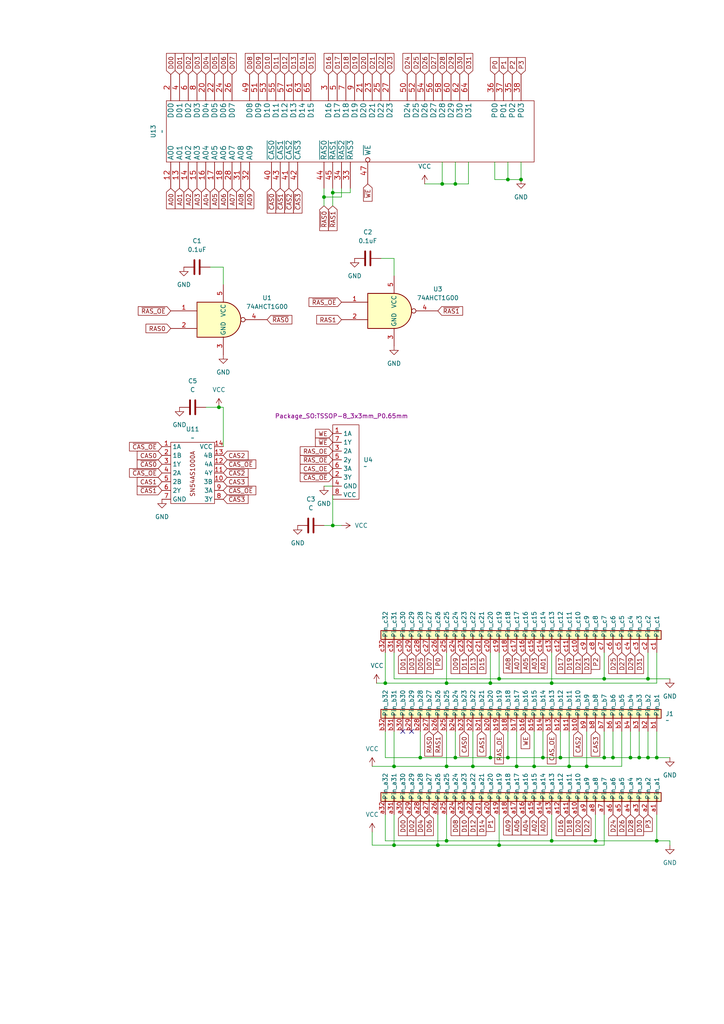
<source format=kicad_sch>
(kicad_sch (version 20231120) (generator "eeschema") (generator_version "8.0")
  (paper "A4" portrait)
  (title_block (title "Altos 8MB RAM") (date "2024-09-12") (rev "B") (comment 1 "615-22562-004") (comment 2 "Reverse engineered"))
  (lib_symbols
    (symbol "74xGxx:74AHCT1G00"
      (property "Reference" "U" (at -2.54 3.81 0))
      (property "Value" "74AHCT1G00" (at 0 -3.81 0))
      (symbol "74AHCT1G00_0_1"
        (arc (start 0 -5.08) (mid 5.0579 0) (end 0 5.08) (stroke (width 0.254)) (fill (type background)))
        (polyline (pts (xy 0 -5.08) (xy -7.62 -5.08) (xy -7.62 5.08) (xy 0 5.08)) (stroke (width 0.254)) (fill (type background)))
      )
      (symbol "74AHCT1G00_1_1"
        (pin input line (at -15.24 2.54 0) (length 7.62) (name "~") (number "1"))
        (pin input line (at -15.24 -2.54 0) (length 7.62) (name "~") (number "2"))
        (pin power_in line (at 0 -10.16 90) (length 5.08) (name "GND") (number "3"))
        (pin output inverted (at 12.7 0 180) (length 7.62) (name "~") (number "4"))
        (pin power_in line (at 0 10.16 270) (length 5.08) (name "VCC") (number "5"))
      )
    )
    (symbol "Device:C" (pin_numbers hide) (pin_names (offset 0.254))
      (property "Reference" "C" (at 0.635 2.54 0))
      (property "Value" "C" (at 0.635 -2.54 0))
      (symbol "C_0_1"
        (polyline (pts (xy -2.032 -0.762) (xy 2.032 -0.762)) (stroke (width 0.508)))
        (polyline (pts (xy -2.032 0.762) (xy 2.032 0.762)) (stroke (width 0.508)))
      )
      (symbol "C_1_1"
        (pin passive line (at 0 3.81 270) (length 2.794) (name "~") (number "1"))
        (pin passive line (at 0 -3.81 90) (length 2.794) (name "~") (number "2"))
      )
    )
    (symbol "chips:74AHCT3G04"
      (property "Reference" "U" (at 0 0 0))
      (symbol "74AHCT3G04_0_1"
        (rectangle (start -2.54 -2.54) (end 5.08 -24.13))
      )
      (symbol "74AHCT3G04_1_0"
        (pin input line (at -2.54 -5.08 0) (length 2.54) (name "1A") (number "1"))
        (pin output line (at -2.54 -17.78 0) (length 2.54) (name "3Y") (number "2"))
        (pin input line (at -2.54 -10.16 0) (length 2.54) (name "2A") (number "3"))
        (pin power_in line (at -2.54 -20.32 0) (length 2.54) (name "GND") (number "4"))
        (pin output line (at -2.54 -12.7 0) (length 2.54) (name "2y") (number "5"))
        (pin input line (at -2.54 -15.24 0) (length 2.54) (name "3A") (number "6"))
        (pin input line (at -2.54 -7.62 0) (length 2.54) (name "1Y") (number "7"))
        (pin power_in line (at -2.54 -22.86 0) (length 2.54) (name "VCC") (number "8"))
      )
    )
    (symbol "chips:DIN41612_03x32"
      (property "Reference" "J1" (at 39.37 0.0001 0))
      (property "Value" "~" (at 39.37 -1.905 0))
      (symbol "DIN41612_03x32_1_1"
        (rectangle (start -41.783 -25.4) (end -42.037 -24.13) (stroke (width 0.1524)))
        (rectangle (start -41.783 -1.27) (end -42.037 0) (stroke (width 0.1524)))
        (rectangle (start -41.783 21.59) (end -42.037 22.86) (stroke (width 0.1524)))
        (rectangle (start -39.243 -25.4) (end -39.497 -24.13) (stroke (width 0.1524)))
        (rectangle (start -39.243 -1.27) (end -39.497 0) (stroke (width 0.1524)))
        (rectangle (start -39.243 21.59) (end -39.497 22.86) (stroke (width 0.1524)))
        (rectangle (start -36.703 -25.4) (end -36.957 -24.13) (stroke (width 0.1524)))
        (rectangle (start -36.703 -1.27) (end -36.957 0) (stroke (width 0.1524)))
        (rectangle (start -36.703 21.59) (end -36.957 22.86) (stroke (width 0.1524)))
        (rectangle (start -34.163 -25.4) (end -34.417 -24.13) (stroke (width 0.1524)))
        (rectangle (start -34.163 -1.27) (end -34.417 0) (stroke (width 0.1524)))
        (rectangle (start -34.163 21.59) (end -34.417 22.86) (stroke (width 0.1524)))
        (rectangle (start -31.623 -25.4) (end -31.877 -24.13) (stroke (width 0.1524)))
        (rectangle (start -31.623 -1.27) (end -31.877 0) (stroke (width 0.1524)))
        (rectangle (start -31.623 21.59) (end -31.877 22.86) (stroke (width 0.1524)))
        (rectangle (start -29.083 -25.4) (end -29.337 -24.13) (stroke (width 0.1524)))
        (rectangle (start -29.083 -1.27) (end -29.337 0) (stroke (width 0.1524)))
        (rectangle (start -29.083 21.59) (end -29.337 22.86) (stroke (width 0.1524)))
        (rectangle (start -26.543 -25.4) (end -26.797 -24.13) (stroke (width 0.1524)))
        (rectangle (start -26.543 -1.27) (end -26.797 0) (stroke (width 0.1524)))
        (rectangle (start -26.543 21.59) (end -26.797 22.86) (stroke (width 0.1524)))
        (rectangle (start -24.003 -25.4) (end -24.257 -24.13) (stroke (width 0.1524)))
        (rectangle (start -24.003 -1.27) (end -24.257 0) (stroke (width 0.1524)))
        (rectangle (start -24.003 21.59) (end -24.257 22.86) (stroke (width 0.1524)))
        (rectangle (start -21.463 -25.4) (end -21.717 -24.13) (stroke (width 0.1524)))
        (rectangle (start -21.463 -1.27) (end -21.717 0) (stroke (width 0.1524)))
        (rectangle (start -21.463 21.59) (end -21.717 22.86) (stroke (width 0.1524)))
        (rectangle (start -18.923 -25.4) (end -19.177 -24.13) (stroke (width 0.1524)))
        (rectangle (start -18.923 -1.27) (end -19.177 0) (stroke (width 0.1524)))
        (rectangle (start -18.923 21.59) (end -19.177 22.86) (stroke (width 0.1524)))
        (rectangle (start -16.383 -25.4) (end -16.637 -24.13) (stroke (width 0.1524)))
        (rectangle (start -16.383 -1.27) (end -16.637 0) (stroke (width 0.1524)))
        (rectangle (start -16.383 21.59) (end -16.637 22.86) (stroke (width 0.1524)))
        (rectangle (start -13.843 -25.4) (end -14.097 -24.13) (stroke (width 0.1524)))
        (rectangle (start -13.843 -1.27) (end -14.097 0) (stroke (width 0.1524)))
        (rectangle (start -13.843 21.59) (end -14.097 22.86) (stroke (width 0.1524)))
        (rectangle (start -11.303 -25.4) (end -11.557 -24.13) (stroke (width 0.1524)))
        (rectangle (start -11.303 -1.27) (end -11.557 0) (stroke (width 0.1524)))
        (rectangle (start -11.303 21.59) (end -11.557 22.86) (stroke (width 0.1524)))
        (rectangle (start -8.763 -25.4) (end -9.017 -24.13) (stroke (width 0.1524)))
        (rectangle (start -8.763 -1.27) (end -9.017 0) (stroke (width 0.1524)))
        (rectangle (start -8.763 21.59) (end -9.017 22.86) (stroke (width 0.1524)))
        (rectangle (start -6.223 -25.4) (end -6.477 -24.13) (stroke (width 0.1524)))
        (rectangle (start -6.223 -1.27) (end -6.477 0) (stroke (width 0.1524)))
        (rectangle (start -6.223 21.59) (end -6.477 22.86) (stroke (width 0.1524)))
        (rectangle (start -3.683 -25.4) (end -3.937 -24.13) (stroke (width 0.1524)))
        (rectangle (start -3.683 -1.27) (end -3.937 0) (stroke (width 0.1524)))
        (rectangle (start -3.683 21.59) (end -3.937 22.86) (stroke (width 0.1524)))
        (rectangle (start -1.143 -25.4) (end -1.397 -24.13) (stroke (width 0.1524)))
        (rectangle (start -1.143 -1.27) (end -1.397 0) (stroke (width 0.1524)))
        (rectangle (start -1.143 21.59) (end -1.397 22.86) (stroke (width 0.1524)))
        (rectangle (start 1.397 -25.4) (end 1.143 -24.13) (stroke (width 0.1524)))
        (rectangle (start 1.397 -1.27) (end 1.143 0) (stroke (width 0.1524)))
        (rectangle (start 1.397 21.59) (end 1.143 22.86) (stroke (width 0.1524)))
        (rectangle (start 3.937 -25.4) (end 3.683 -24.13) (stroke (width 0.1524)))
        (rectangle (start 3.937 -1.27) (end 3.683 0) (stroke (width 0.1524)))
        (rectangle (start 3.937 21.59) (end 3.683 22.86) (stroke (width 0.1524)))
        (rectangle (start 6.477 -25.4) (end 6.223 -24.13) (stroke (width 0.1524)))
        (rectangle (start 6.477 -1.27) (end 6.223 0) (stroke (width 0.1524)))
        (rectangle (start 6.477 21.59) (end 6.223 22.86) (stroke (width 0.1524)))
        (rectangle (start 9.017 -25.4) (end 8.763 -24.13) (stroke (width 0.1524)))
        (rectangle (start 9.017 -1.27) (end 8.763 0) (stroke (width 0.1524)))
        (rectangle (start 9.017 21.59) (end 8.763 22.86) (stroke (width 0.1524)))
        (rectangle (start 11.557 -25.4) (end 11.303 -24.13) (stroke (width 0.1524)))
        (rectangle (start 11.557 -1.27) (end 11.303 0) (stroke (width 0.1524)))
        (rectangle (start 11.557 21.59) (end 11.303 22.86) (stroke (width 0.1524)))
        (rectangle (start 14.097 -25.4) (end 13.843 -24.13) (stroke (width 0.1524)))
        (rectangle (start 14.097 -1.27) (end 13.843 0) (stroke (width 0.1524)))
        (rectangle (start 14.097 21.59) (end 13.843 22.86) (stroke (width 0.1524)))
        (rectangle (start 16.637 -25.4) (end 16.383 -24.13) (stroke (width 0.1524)))
        (rectangle (start 16.637 -1.27) (end 16.383 0) (stroke (width 0.1524)))
        (rectangle (start 16.637 21.59) (end 16.383 22.86) (stroke (width 0.1524)))
        (rectangle (start 19.177 -25.4) (end 18.923 -24.13) (stroke (width 0.1524)))
        (rectangle (start 19.177 -1.27) (end 18.923 0) (stroke (width 0.1524)))
        (rectangle (start 19.177 21.59) (end 18.923 22.86) (stroke (width 0.1524)))
        (rectangle (start 21.717 -25.4) (end 21.463 -24.13) (stroke (width 0.1524)))
        (rectangle (start 21.717 -1.27) (end 21.463 0) (stroke (width 0.1524)))
        (rectangle (start 21.717 21.59) (end 21.463 22.86) (stroke (width 0.1524)))
        (rectangle (start 24.257 -25.4) (end 24.003 -24.13) (stroke (width 0.1524)))
        (rectangle (start 24.257 -1.27) (end 24.003 0) (stroke (width 0.1524)))
        (rectangle (start 24.257 21.59) (end 24.003 22.86) (stroke (width 0.1524)))
        (rectangle (start 26.797 -25.4) (end 26.543 -24.13) (stroke (width 0.1524)))
        (rectangle (start 26.797 -1.27) (end 26.543 0) (stroke (width 0.1524)))
        (rectangle (start 26.797 21.59) (end 26.543 22.86) (stroke (width 0.1524)))
        (rectangle (start 29.337 -25.4) (end 29.083 -24.13) (stroke (width 0.1524)))
        (rectangle (start 29.337 -1.27) (end 29.083 0) (stroke (width 0.1524)))
        (rectangle (start 29.337 21.59) (end 29.083 22.86) (stroke (width 0.1524)))
        (rectangle (start 31.877 -25.4) (end 31.623 -24.13) (stroke (width 0.1524)))
        (rectangle (start 31.877 -1.27) (end 31.623 0) (stroke (width 0.1524)))
        (rectangle (start 31.877 21.59) (end 31.623 22.86) (stroke (width 0.1524)))
        (rectangle (start 34.417 -25.4) (end 34.163 -24.13) (stroke (width 0.1524)))
        (rectangle (start 34.417 -1.27) (end 34.163 0) (stroke (width 0.1524)))
        (rectangle (start 34.417 21.59) (end 34.163 22.86) (stroke (width 0.1524)))
        (rectangle (start 36.957 -25.4) (end 36.703 -24.13) (stroke (width 0.1524)))
        (rectangle (start 36.957 -1.27) (end 36.703 0) (stroke (width 0.1524)))
        (rectangle (start 36.957 21.59) (end 36.703 22.86) (stroke (width 0.1524)))
        (rectangle (start 38.1 -25.4) (end -43.18 -22.86) (stroke (width 0.254)) (fill (type background)))
        (rectangle (start 38.1 -1.27) (end -43.18 1.27) (stroke (width 0.254)) (fill (type background)))
        (rectangle (start 38.1 21.59) (end -43.18 24.13) (stroke (width 0.254)) (fill (type background)))
        (pin passive line (at 36.83 -29.21 90) (length 3.81) (name "Pin_a1") (number "a1"))
        (pin passive line (at 13.97 -29.21 90) (length 3.81) (name "Pin_a10") (number "a10"))
        (pin passive line (at 11.43 -29.21 90) (length 3.81) (name "Pin_a11") (number "a11"))
        (pin passive line (at 8.89 -29.21 90) (length 3.81) (name "Pin_a12") (number "a12"))
        (pin passive line (at 6.35 -29.21 90) (length 3.81) (name "Pin_a13") (number "a13"))
        (pin passive line (at 3.81 -29.21 90) (length 3.81) (name "Pin_a14") (number "a14"))
        (pin passive line (at 1.27 -29.21 90) (length 3.81) (name "Pin_a15") (number "a15"))
        (pin passive line (at -1.27 -29.21 90) (length 3.81) (name "Pin_a16") (number "a16"))
        (pin passive line (at -3.81 -29.21 90) (length 3.81) (name "Pin_a17") (number "a17"))
        (pin passive line (at -6.35 -29.21 90) (length 3.81) (name "Pin_a18") (number "a18"))
        (pin passive line (at -8.89 -29.21 90) (length 3.81) (name "Pin_a19") (number "a19"))
        (pin passive line (at 34.29 -29.21 90) (length 3.81) (name "Pin_a2") (number "a2"))
        (pin passive line (at -11.43 -29.21 90) (length 3.81) (name "Pin_a20") (number "a20"))
        (pin passive line (at -13.97 -29.21 90) (length 3.81) (name "Pin_a21") (number "a21"))
        (pin passive line (at -16.51 -29.21 90) (length 3.81) (name "Pin_a22") (number "a22"))
        (pin passive line (at -19.05 -29.21 90) (length 3.81) (name "Pin_a23") (number "a23"))
        (pin passive line (at -21.59 -29.21 90) (length 3.81) (name "Pin_a24") (number "a24"))
        (pin passive line (at -24.13 -29.21 90) (length 3.81) (name "Pin_a25") (number "a25"))
        (pin passive line (at -26.67 -29.21 90) (length 3.81) (name "Pin_a26") (number "a26"))
        (pin passive line (at -29.21 -29.21 90) (length 3.81) (name "Pin_a27") (number "a27"))
        (pin passive line (at -31.75 -29.21 90) (length 3.81) (name "Pin_a28") (number "a28"))
        (pin passive line (at -34.29 -29.21 90) (length 3.81) (name "Pin_a29") (number "a29"))
        (pin passive line (at 31.75 -29.21 90) (length 3.81) (name "Pin_a3") (number "a3"))
        (pin passive line (at -36.83 -29.21 90) (length 3.81) (name "Pin_a30") (number "a30"))
        (pin passive line (at -39.37 -29.21 90) (length 3.81) (name "Pin_a31") (number "a31"))
        (pin passive line (at -41.91 -29.21 90) (length 3.81) (name "Pin_a32") (number "a32"))
        (pin passive line (at 29.21 -29.21 90) (length 3.81) (name "Pin_a4") (number "a4"))
        (pin passive line (at 26.67 -29.21 90) (length 3.81) (name "Pin_a5") (number "a5"))
        (pin passive line (at 24.13 -29.21 90) (length 3.81) (name "Pin_a6") (number "a6"))
        (pin passive line (at 21.59 -29.21 90) (length 3.81) (name "Pin_a7") (number "a7"))
        (pin passive line (at 19.05 -29.21 90) (length 3.81) (name "Pin_a8") (number "a8"))
        (pin passive line (at 16.51 -29.21 90) (length 3.81) (name "Pin_a9") (number "a9"))
        (pin passive line (at 36.83 -5.08 90) (length 3.81) (name "Pin_b1") (number "b1"))
        (pin passive line (at 13.97 -5.08 90) (length 3.81) (name "Pin_b10") (number "b10"))
        (pin passive line (at 11.43 -5.08 90) (length 3.81) (name "Pin_b11") (number "b11"))
        (pin passive line (at 8.89 -5.08 90) (length 3.81) (name "Pin_b12") (number "b12"))
        (pin passive line (at 6.35 -5.08 90) (length 3.81) (name "Pin_b13") (number "b13"))
        (pin passive line (at 3.81 -5.08 90) (length 3.81) (name "Pin_b14") (number "b14"))
        (pin passive line (at 1.27 -5.08 90) (length 3.81) (name "Pin_b15") (number "b15"))
        (pin passive line (at -1.27 -5.08 90) (length 3.81) (name "Pin_b16") (number "b16"))
        (pin passive line (at -3.81 -5.08 90) (length 3.81) (name "Pin_b17") (number "b17"))
        (pin passive line (at -6.35 -5.08 90) (length 3.81) (name "Pin_b18") (number "b18"))
        (pin passive line (at -8.89 -5.08 90) (length 3.81) (name "Pin_b19") (number "b19"))
        (pin passive line (at 34.29 -5.08 90) (length 3.81) (name "Pin_b2") (number "b2"))
        (pin passive line (at -11.43 -5.08 90) (length 3.81) (name "Pin_b20") (number "b20"))
        (pin passive line (at -13.97 -5.08 90) (length 3.81) (name "Pin_b21") (number "b21"))
        (pin passive line (at -16.51 -5.08 90) (length 3.81) (name "Pin_b22") (number "b22"))
        (pin passive line (at -19.05 -5.08 90) (length 3.81) (name "Pin_b23") (number "b23"))
        (pin passive line (at -21.59 -5.08 90) (length 3.81) (name "Pin_b24") (number "b24"))
        (pin passive line (at -24.13 -5.08 90) (length 3.81) (name "Pin_b25") (number "b25"))
        (pin passive line (at -26.67 -5.08 90) (length 3.81) (name "Pin_b26") (number "b26"))
        (pin passive line (at -29.21 -5.08 90) (length 3.81) (name "Pin_b27") (number "b27"))
        (pin passive line (at -31.75 -5.08 90) (length 3.81) (name "Pin_b28") (number "b28"))
        (pin passive line (at -34.29 -5.08 90) (length 3.81) (name "Pin_b29") (number "b29"))
        (pin passive line (at 31.75 -5.08 90) (length 3.81) (name "Pin_b3") (number "b3"))
        (pin passive line (at -36.83 -5.08 90) (length 3.81) (name "Pin_b30") (number "b30"))
        (pin passive line (at -39.37 -5.08 90) (length 3.81) (name "Pin_b31") (number "b31"))
        (pin passive line (at -41.91 -5.08 90) (length 3.81) (name "Pin_b32") (number "b32"))
        (pin passive line (at 29.21 -5.08 90) (length 3.81) (name "Pin_b4") (number "b4"))
        (pin passive line (at 26.67 -5.08 90) (length 3.81) (name "Pin_b5") (number "b5"))
        (pin passive line (at 24.13 -5.08 90) (length 3.81) (name "Pin_b6") (number "b6"))
        (pin passive line (at 21.59 -5.08 90) (length 3.81) (name "Pin_b7") (number "b7"))
        (pin passive line (at 19.05 -5.08 90) (length 3.81) (name "Pin_b8") (number "b8"))
        (pin passive line (at 16.51 -5.08 90) (length 3.81) (name "Pin_b9") (number "b9"))
        (pin power_in line (at 36.83 17.78 90) (length 3.81) (name "Pin_c1") (number "c1"))
        (pin passive line (at 13.97 17.78 90) (length 3.81) (name "Pin_c10") (number "c10"))
        (pin passive line (at 11.43 17.78 90) (length 3.81) (name "Pin_c11") (number "c11"))
        (pin passive line (at 8.89 17.78 90) (length 3.81) (name "Pin_c12") (number "c12"))
        (pin passive line (at 6.35 17.78 90) (length 3.81) (name "Pin_c13") (number "c13"))
        (pin passive line (at 3.81 17.78 90) (length 3.81) (name "Pin_c14") (number "c14"))
        (pin passive line (at 1.27 17.78 90) (length 3.81) (name "Pin_c15") (number "c15"))
        (pin passive line (at -1.27 17.78 90) (length 3.81) (name "Pin_c16") (number "c16"))
        (pin passive line (at -3.81 17.78 90) (length 3.81) (name "Pin_c17") (number "c17"))
        (pin passive line (at -6.35 17.78 90) (length 3.81) (name "Pin_c18") (number "c18"))
        (pin passive line (at -8.89 17.78 90) (length 3.81) (name "Pin_c19") (number "c19"))
        (pin passive line (at 34.29 17.78 90) (length 3.81) (name "Pin_c2") (number "c2"))
        (pin passive line (at -11.43 17.78 90) (length 3.81) (name "Pin_c20") (number "c20"))
        (pin passive line (at -13.97 17.78 90) (length 3.81) (name "Pin_c21") (number "c21"))
        (pin passive line (at -16.51 17.78 90) (length 3.81) (name "Pin_c22") (number "c22"))
        (pin passive line (at -19.05 17.78 90) (length 3.81) (name "Pin_c23") (number "c23"))
        (pin passive line (at -21.59 17.78 90) (length 3.81) (name "Pin_c24") (number "c24"))
        (pin passive line (at -24.13 17.78 90) (length 3.81) (name "Pin_c25") (number "c25"))
        (pin passive line (at -26.67 17.78 90) (length 3.81) (name "Pin_c26") (number "c26"))
        (pin passive line (at -29.21 17.78 90) (length 3.81) (name "Pin_c27") (number "c27"))
        (pin passive line (at -31.75 17.78 90) (length 3.81) (name "Pin_c28") (number "c28"))
        (pin passive line (at -34.29 17.78 90) (length 3.81) (name "Pin_c29") (number "c29"))
        (pin passive line (at 31.75 17.78 90) (length 3.81) (name "Pin_c3") (number "c3"))
        (pin passive line (at -36.83 17.78 90) (length 3.81) (name "Pin_c30") (number "c30"))
        (pin passive line (at -39.37 17.78 90) (length 3.81) (name "Pin_c31") (number "c31"))
        (pin passive line (at -41.91 17.78 90) (length 3.81) (name "Pin_c32") (number "c32"))
        (pin passive line (at 29.21 17.78 90) (length 3.81) (name "Pin_c4") (number "c4"))
        (pin passive line (at 26.67 17.78 90) (length 3.81) (name "Pin_c5") (number "c5"))
        (pin passive line (at 24.13 17.78 90) (length 3.81) (name "Pin_c6") (number "c6"))
        (pin passive line (at 21.59 17.78 90) (length 3.81) (name "Pin_c7") (number "c7"))
        (pin passive line (at 19.05 17.78 90) (length 3.81) (name "Pin_c8") (number "c8"))
        (pin passive line (at 16.51 17.78 90) (length 3.81) (name "Pin_c9") (number "c9"))
      )
    )
    (symbol "chips:SIMM_1X72_PIN"
      (property "Reference" "U" (at 0 0 0))
      (symbol "SIMM_1X72_PIN_0_1"
        (rectangle (start 19.05 12.7) (end 36.83 -93.98))
      )
      (symbol "SIMM_1X72_PIN_1_0"
        (pin power_in line (at 19.05 -90.17 180) (length 0) hide (name "GND") (number "1"))
        (pin power_in line (at 19.05 -67.31 180) (length 0) hide (name "VCC") (number "10"))
        (pin power_in line (at 19.05 -71.12 180) (length 0) hide (name "VCC") (number "30"))
        (pin power_in line (at 19.05 -86.36 180) (length 0) hide (name "GND") (number "39"))
        (pin power_in line (at 19.05 -74.93 180) (length 0) hide (name "VCC") (number "59"))
        (pin power_in line (at 19.05 -82.55 180) (length 0) hide (name "GND") (number "72"))
      )
      (symbol "SIMM_1X72_PIN_1_1"
        (pin input line (at 11.43 11.43 0) (length 7.62) (name "A00") (number "12"))
        (pin input line (at 11.43 8.89 0) (length 7.62) (name "A01") (number "13"))
        (pin input line (at 11.43 6.35 0) (length 7.62) (name "A02") (number "14"))
        (pin input line (at 11.43 3.81 0) (length 7.62) (name "A03") (number "15"))
        (pin input line (at 11.43 1.27 0) (length 7.62) (name "A04") (number "16"))
        (pin input line (at 11.43 -1.27 0) (length 7.62) (name "A05") (number "17"))
        (pin input line (at 11.43 -3.81 0) (length 7.62) (name "A06") (number "18"))
        (pin bidirectional line (at 44.45 11.43 180) (length 7.62) (name "D00") (number "2"))
        (pin bidirectional line (at 44.45 1.27 180) (length 7.62) (name "D04") (number "20"))
        (pin bidirectional line (at 44.45 -44.45 180) (length 7.62) (name "D20") (number "21"))
        (pin bidirectional line (at 44.45 -1.27 180) (length 7.62) (name "D05") (number "22"))
        (pin bidirectional line (at 44.45 -46.99 180) (length 7.62) (name "D21") (number "23"))
        (pin bidirectional line (at 44.45 -3.81 180) (length 7.62) (name "D06") (number "24"))
        (pin bidirectional line (at 44.45 -49.53 180) (length 7.62) (name "D22") (number "25"))
        (pin bidirectional line (at 44.45 -6.35 180) (length 7.62) (name "D07") (number "26"))
        (pin bidirectional line (at 44.45 -52.07 180) (length 7.62) (name "D23") (number "27"))
        (pin input line (at 11.43 -6.35 0) (length 7.62) (name "A07") (number "28"))
        (pin bidirectional line (at 44.45 -34.29 180) (length 7.62) (name "D16") (number "3"))
        (pin input line (at 11.43 -8.89 0) (length 7.62) (name "A08") (number "31"))
        (pin input line (at 11.43 -11.43 0) (length 7.62) (name "A09") (number "32"))
        (pin input line (at 11.43 -40.64 0) (length 7.62) (name "~{RAS3}") (number "33"))
        (pin input line (at 11.43 -38.1 0) (length 7.62) (name "~{RAS2}") (number "34"))
        (pin bidirectional line (at 44.45 -87.63 180) (length 7.62) (name "P02") (number "35"))
        (pin bidirectional line (at 44.45 -82.55 180) (length 7.62) (name "P00") (number "36"))
        (pin bidirectional line (at 44.45 -85.09 180) (length 7.62) (name "P01") (number "37"))
        (pin bidirectional line (at 44.45 -90.17 180) (length 7.62) (name "P03") (number "38"))
        (pin bidirectional line (at 44.45 8.89 180) (length 7.62) (name "D01") (number "4"))
        (pin input line (at 11.43 -17.78 0) (length 7.62) (name "~{CAS0}") (number "40"))
        (pin input line (at 11.43 -22.86 0) (length 7.62) (name "~{CAS2}") (number "41"))
        (pin input line (at 11.43 -25.4 0) (length 7.62) (name "~{CAS3}") (number "42"))
        (pin input line (at 11.43 -20.32 0) (length 7.62) (name "~{CAS1}") (number "43"))
        (pin input line (at 11.43 -33.02 0) (length 7.62) (name "~{RAS0}") (number "44"))
        (pin input line (at 11.43 -35.56 0) (length 7.62) (name "~{RAS1}") (number "45"))
        (pin input inverted (at 12.7 -45.72 0) (length 7.62) (name "~{WE}") (number "47"))
        (pin bidirectional line (at 44.45 -11.43 180) (length 7.62) (name "D08") (number "49"))
        (pin bidirectional line (at 44.45 -36.83 180) (length 7.62) (name "D17") (number "5"))
        (pin bidirectional line (at 44.45 -57.15 180) (length 7.62) (name "D24") (number "50"))
        (pin bidirectional line (at 44.45 -13.97 180) (length 7.62) (name "D09") (number "51"))
        (pin bidirectional line (at 44.45 -59.69 180) (length 7.62) (name "D25") (number "52"))
        (pin bidirectional line (at 44.45 -16.51 180) (length 7.62) (name "D10") (number "53"))
        (pin bidirectional line (at 44.45 -62.23 180) (length 7.62) (name "D26") (number "54"))
        (pin bidirectional line (at 44.45 -19.05 180) (length 7.62) (name "D11") (number "55"))
        (pin bidirectional line (at 44.45 -64.77 180) (length 7.62) (name "D27") (number "56"))
        (pin bidirectional line (at 44.45 -21.59 180) (length 7.62) (name "D12") (number "57"))
        (pin bidirectional line (at 44.45 -67.31 180) (length 7.62) (name "D28") (number "58"))
        (pin bidirectional line (at 44.45 6.35 180) (length 7.62) (name "D02") (number "6"))
        (pin bidirectional line (at 44.45 -69.85 180) (length 7.62) (name "D29") (number "60"))
        (pin bidirectional line (at 44.45 -24.13 180) (length 7.62) (name "D13") (number "61"))
        (pin bidirectional line (at 44.45 -72.39 180) (length 7.62) (name "D30") (number "62"))
        (pin bidirectional line (at 44.45 -26.67 180) (length 7.62) (name "D14") (number "63"))
        (pin bidirectional line (at 44.45 -74.93 180) (length 7.62) (name "D31") (number "64"))
        (pin bidirectional line (at 44.45 -29.21 180) (length 7.62) (name "D15") (number "65"))
        (pin bidirectional line (at 44.45 -39.37 180) (length 7.62) (name "D18") (number "7"))
        (pin bidirectional line (at 44.45 3.81 180) (length 7.62) (name "D03") (number "8"))
        (pin bidirectional line (at 44.45 -41.91 180) (length 7.62) (name "D19") (number "9"))
      )
    )
    (symbol "chips:SN74AS1000A"
      (property "Reference" "U" (at 3.048 7.112 0))
      (symbol "SN74AS1000A_0_1"
        (rectangle (start -2.54 6.35) (end 10.16 -11.43))
      )
      (symbol "SN74AS1000A_1_0"
        (pin power_in line (at 12.7 5.08 180) (length 2.54) (name "VCC") (number "14"))
      )
      (symbol "SN74AS1000A_1_1"
        (text "SN54AS1000A" (at 3.81 -2.794 900) (effects (font (size 1.27 1.27))))
        (pin input line (at -5.08 5.08 0) (length 2.54) (name "1A") (number "1"))
        (pin input line (at 12.7 -5.08 180) (length 2.54) (name "3B") (number "10"))
        (pin output line (at 12.7 -2.54 180) (length 2.54) (name "4Y") (number "11"))
        (pin input line (at 12.7 0 180) (length 2.54) (name "4A") (number "12"))
        (pin input line (at 12.7 2.54 180) (length 2.54) (name "4B") (number "13"))
        (pin input line (at -5.08 2.54 0) (length 2.54) (name "1B") (number "2"))
        (pin output line (at -5.08 0 0) (length 2.54) (name "1Y") (number "3"))
        (pin input line (at -5.08 -2.54 0) (length 2.54) (name "2A") (number "4"))
        (pin input line (at -5.08 -5.08 0) (length 2.54) (name "2B") (number "5"))
        (pin output line (at -5.08 -7.62 0) (length 2.54) (name "2Y") (number "6"))
        (pin input line (at -5.08 -10.16 0) (length 2.54) (name "GND") (number "7"))
        (pin output line (at 12.7 -10.16 180) (length 2.54) (name "3Y") (number "8"))
        (pin input line (at 12.7 -7.62 180) (length 2.54) (name "3A") (number "9"))
      )
    )
    (symbol "power:GND" (power) (pin_numbers hide) (pin_names (offset 0) hide)
      (property "Value" "GND" (at 0 -3.81 0))
      (symbol "GND_0_1"
        (polyline (pts (xy 0 0) (xy 0 -1.27) (xy 1.27 -1.27) (xy 0 -2.54) (xy -1.27 -1.27) (xy 0 -1.27)))
      )
      (symbol "GND_1_1"
        (pin power_in line (at 0 0 270) (length 0) (name "~") (number "1"))
      )
    )
    (symbol "power:VCC" (power) (pin_numbers hide) (pin_names (offset 0) hide)
      (property "Value" "VCC" (at 0 3.556 0))
      (symbol "VCC_0_1"
        (polyline (pts (xy -0.762 1.27) (xy 0 2.54)))
        (polyline (pts (xy 0 0) (xy 0 2.54)))
        (polyline (pts (xy 0 2.54) (xy 0.762 1.27)))
      )
      (symbol "VCC_1_1"
        (pin power_in line (at 0 0 90) (length 0) (name "~") (number "1"))
      )
    )
  )
  (junction (at 93.98 57.15))
  (junction (at 187.96 196.85))
  (junction (at 96.52 152.4))
  (junction (at 190.5 219.71))
  (junction (at 127 245.11))
  (junction (at 63.5 118.11))
  (junction (at 142.24 219.71))
  (junction (at 132.08 53.34))
  (junction (at 144.78 196.85))
  (junction (at 160.02 243.84))
  (junction (at 185.42 219.71))
  (junction (at 142.24 198.12))
  (junction (at 157.48 219.71))
  (junction (at 114.3 245.11))
  (junction (at 187.96 219.71))
  (junction (at 147.32 219.71))
  (junction (at 149.86 222.25))
  (junction (at 132.08 219.71))
  (junction (at 175.26 196.85))
  (junction (at 175.26 219.71))
  (junction (at 137.16 222.25))
  (junction (at 147.32 52.07))
  (junction (at 129.54 222.25))
  (junction (at 165.1 222.25))
  (junction (at 114.3 222.25))
  (junction (at 154.94 222.25))
  (junction (at 151.13 52.07))
  (junction (at 162.56 219.71))
  (junction (at 190.5 243.84))
  (junction (at 111.76 198.12))
  (junction (at 144.78 245.11))
  (junction (at 160.02 198.12))
  (junction (at 96.52 55.88))
  (junction (at 177.8 219.71))
  (junction (at 170.18 222.25))
  (junction (at 121.92 219.71))
  (junction (at 172.72 243.84))
  (junction (at 129.54 243.84))
  (junction (at 182.88 219.71))
  (junction (at 128.27 53.34))
  (junction (at 129.54 198.12))
  (no_connect (at 119.38 212.09))
  (no_connect (at 116.84 212.09))
  (wire (pts (xy 93.98 152.4) (xy 96.52 152.4)))
  (wire (pts (xy 132.08 46.99) (xy 132.08 53.34)))
  (wire (pts (xy 121.92 212.09) (xy 121.92 219.71)))
  (wire (pts (xy 194.31 243.84) (xy 190.5 243.84)))
  (wire (pts (xy 114.3 212.09) (xy 114.3 222.25)))
  (wire (pts (xy 157.48 219.71) (xy 162.56 219.71)))
  (wire (pts (xy 127 236.22) (xy 127 245.11)))
  (wire (pts (xy 149.86 212.09) (xy 149.86 222.25)))
  (wire (pts (xy 190.5 198.12) (xy 160.02 198.12)))
  (wire (pts (xy 182.88 219.71) (xy 185.42 219.71)))
  (wire (pts (xy 187.96 212.09) (xy 187.96 219.71)))
  (wire (pts (xy 109.22 198.12) (xy 111.76 198.12)))
  (wire (pts (xy 151.13 52.07) (xy 151.13 46.99)))
  (wire (pts (xy 187.96 219.71) (xy 190.5 219.71)))
  (wire (pts (xy 96.52 55.88) (xy 96.52 54.61)))
  (wire (pts (xy 111.76 236.22) (xy 111.76 243.84)))
  (wire (pts (xy 144.78 196.85) (xy 175.26 196.85)))
  (wire (pts (xy 111.76 198.12) (xy 129.54 198.12)))
  (wire (pts (xy 144.78 236.22) (xy 144.78 245.11)))
  (wire (pts (xy 154.94 222.25) (xy 165.1 222.25)))
  (wire (pts (xy 114.3 245.11) (xy 127 245.11)))
  (wire (pts (xy 177.8 219.71) (xy 182.88 219.71)))
  (wire (pts (xy 63.5 118.11) (xy 64.77 118.11)))
  (wire (pts (xy 162.56 212.09) (xy 162.56 219.71)))
  (wire (pts (xy 160.02 243.84) (xy 172.72 243.84)))
  (wire (pts (xy 59.69 118.11) (xy 63.5 118.11)))
  (wire (pts (xy 185.42 212.09) (xy 185.42 219.71)))
  (wire (pts (xy 142.24 189.23) (xy 142.24 198.12)))
  (wire (pts (xy 135.89 53.34) (xy 132.08 53.34)))
  (wire (pts (xy 93.98 57.15) (xy 99.06 57.15)))
  (wire (pts (xy 147.32 212.09) (xy 147.32 219.71)))
  (wire (pts (xy 170.18 222.25) (xy 180.34 222.25)))
  (wire (pts (xy 110.49 74.93) (xy 114.3 74.93)))
  (wire (pts (xy 111.76 212.09) (xy 111.76 219.71)))
  (wire (pts (xy 111.76 243.84) (xy 129.54 243.84)))
  (wire (pts (xy 182.88 212.09) (xy 182.88 219.71)))
  (wire (pts (xy 190.5 189.23) (xy 190.5 198.12)))
  (wire (pts (xy 142.24 219.71) (xy 147.32 219.71)))
  (wire (pts (xy 129.54 212.09) (xy 129.54 222.25)))
  (wire (pts (xy 127 245.11) (xy 144.78 245.11)))
  (wire (pts (xy 107.95 245.11) (xy 107.95 241.3)))
  (wire (pts (xy 99.06 57.15) (xy 99.06 54.61)))
  (wire (pts (xy 142.24 212.09) (xy 142.24 219.71)))
  (wire (pts (xy 135.89 46.99) (xy 135.89 53.34)))
  (wire (pts (xy 137.16 212.09) (xy 137.16 222.25)))
  (wire (pts (xy 93.98 59.69) (xy 93.98 57.15)))
  (wire (pts (xy 172.72 236.22) (xy 172.72 243.84)))
  (wire (pts (xy 180.34 212.09) (xy 180.34 222.25)))
  (wire (pts (xy 147.32 219.71) (xy 157.48 219.71)))
  (wire (pts (xy 143.51 46.99) (xy 143.51 52.07)))
  (wire (pts (xy 143.51 52.07) (xy 147.32 52.07)))
  (wire (pts (xy 147.32 46.99) (xy 147.32 52.07)))
  (wire (pts (xy 123.19 53.34) (xy 128.27 53.34)))
  (wire (pts (xy 160.02 189.23) (xy 160.02 198.12)))
  (wire (pts (xy 107.95 245.11) (xy 114.3 245.11)))
  (wire (pts (xy 64.77 77.47) (xy 64.77 82.55)))
  (wire (pts (xy 187.96 196.85) (xy 194.31 196.85)))
  (wire (pts (xy 93.98 140.97) (xy 96.52 140.97)))
  (wire (pts (xy 114.3 74.93) (xy 114.3 80.01)))
  (wire (pts (xy 190.5 212.09) (xy 190.5 219.71)))
  (wire (pts (xy 114.3 196.85) (xy 144.78 196.85)))
  (wire (pts (xy 60.96 77.47) (xy 64.77 77.47)))
  (wire (pts (xy 96.52 55.88) (xy 101.6 55.88)))
  (wire (pts (xy 144.78 245.11) (xy 175.26 245.11)))
  (wire (pts (xy 128.27 53.34) (xy 128.27 46.99)))
  (wire (pts (xy 160.02 236.22) (xy 160.02 243.84)))
  (wire (pts (xy 129.54 222.25) (xy 137.16 222.25)))
  (wire (pts (xy 132.08 212.09) (xy 132.08 219.71)))
  (wire (pts (xy 96.52 152.4) (xy 99.06 152.4)))
  (wire (pts (xy 165.1 212.09) (xy 165.1 222.25)))
  (wire (pts (xy 101.6 55.88) (xy 101.6 54.61)))
  (wire (pts (xy 165.1 222.25) (xy 170.18 222.25)))
  (wire (pts (xy 194.31 219.71) (xy 190.5 219.71)))
  (wire (pts (xy 175.26 236.22) (xy 175.26 245.11)))
  (wire (pts (xy 147.32 52.07) (xy 151.13 52.07)))
  (wire (pts (xy 129.54 198.12) (xy 129.54 189.23)))
  (wire (pts (xy 190.5 243.84) (xy 190.5 236.22)))
  (wire (pts (xy 96.52 143.51) (xy 96.52 152.4)))
  (wire (pts (xy 154.94 212.09) (xy 154.94 222.25)))
  (wire (pts (xy 175.26 212.09) (xy 175.26 219.71)))
  (wire (pts (xy 96.52 59.69) (xy 96.52 55.88)))
  (wire (pts (xy 157.48 212.09) (xy 157.48 219.71)))
  (wire (pts (xy 114.3 222.25) (xy 129.54 222.25)))
  (wire (pts (xy 162.56 219.71) (xy 175.26 219.71)))
  (wire (pts (xy 114.3 189.23) (xy 114.3 196.85)))
  (wire (pts (xy 129.54 236.22) (xy 129.54 243.84)))
  (wire (pts (xy 175.26 219.71) (xy 177.8 219.71)))
  (wire (pts (xy 129.54 198.12) (xy 142.24 198.12)))
  (wire (pts (xy 114.3 236.22) (xy 114.3 245.11)))
  (wire (pts (xy 107.95 222.25) (xy 114.3 222.25)))
  (wire (pts (xy 111.76 219.71) (xy 121.92 219.71)))
  (wire (pts (xy 172.72 243.84) (xy 190.5 243.84)))
  (wire (pts (xy 93.98 57.15) (xy 93.98 54.61)))
  (wire (pts (xy 187.96 189.23) (xy 187.96 196.85)))
  (wire (pts (xy 121.92 219.71) (xy 132.08 219.71)))
  (wire (pts (xy 129.54 243.84) (xy 160.02 243.84)))
  (wire (pts (xy 144.78 189.23) (xy 144.78 196.85)))
  (wire (pts (xy 175.26 189.23) (xy 175.26 196.85)))
  (wire (pts (xy 111.76 189.23) (xy 111.76 198.12)))
  (wire (pts (xy 132.08 53.34) (xy 128.27 53.34)))
  (wire (pts (xy 149.86 222.25) (xy 154.94 222.25)))
  (wire (pts (xy 137.16 222.25) (xy 149.86 222.25)))
  (wire (pts (xy 160.02 198.12) (xy 142.24 198.12)))
  (wire (pts (xy 64.77 118.11) (xy 64.77 129.54)))
  (wire (pts (xy 132.08 219.71) (xy 142.24 219.71)))
  (wire (pts (xy 170.18 212.09) (xy 170.18 222.25)))
  (wire (pts (xy 194.31 245.11) (xy 194.31 243.84)))
  (wire (pts (xy 177.8 212.09) (xy 177.8 219.71)))
  (wire (pts (xy 185.42 219.71) (xy 187.96 219.71)))
  (wire (pts (xy 175.26 196.85) (xy 187.96 196.85)))
  (global_label "D02" (shape input) (at 119.38 236.22 270) (property "Intersheetrefs" "${INTERSHEET_REFS}" (effects (hide yes))))
  (global_label "P3" (shape input) (at 151.13 21.59 90) (property "Intersheetrefs" "${INTERSHEET_REFS}" (effects (hide yes))))
  (global_label "CAS_OE" (shape input) (at 96.52 135.89 180) (property "Intersheetrefs" "${INTERSHEET_REFS}" (effects (hide yes))))
  (global_label "D12" (shape input) (at 137.16 236.22 270) (property "Intersheetrefs" "${INTERSHEET_REFS}" (effects (hide yes))))
  (global_label "WE" (shape input) (at 96.52 125.73 180) (property "Intersheetrefs" "${INTERSHEET_REFS}" (effects (hide yes))))
  (global_label "RAS0" (shape input) (at 49.53 95.25 180) (property "Intersheetrefs" "${INTERSHEET_REFS}" (effects (hide yes))))
  (global_label "A08" (shape input) (at 147.32 189.23 270) (property "Intersheetrefs" "${INTERSHEET_REFS}" (effects (hide yes))))
  (global_label "~{RAS0}" (shape input) (at 93.98 59.69 270) (property "Intersheetrefs" "${INTERSHEET_REFS}" (effects (hide yes))))
  (global_label "D08" (shape input) (at 72.39 21.59 90) (property "Intersheetrefs" "${INTERSHEET_REFS}" (effects (hide yes))))
  (global_label "D26" (shape input) (at 180.34 236.22 270) (property "Intersheetrefs" "${INTERSHEET_REFS}" (effects (hide yes))))
  (global_label "D29" (shape input) (at 130.81 21.59 90) (property "Intersheetrefs" "${INTERSHEET_REFS}" (effects (hide yes))))
  (global_label "D24" (shape input) (at 177.8 236.22 270) (property "Intersheetrefs" "${INTERSHEET_REFS}" (effects (hide yes))))
  (global_label "~{RAS_OE}" (shape input) (at 99.06 87.63 180) (property "Intersheetrefs" "${INTERSHEET_REFS}" (effects (hide yes))))
  (global_label "D05" (shape input) (at 121.92 189.23 270) (property "Intersheetrefs" "${INTERSHEET_REFS}" (effects (hide yes))))
  (global_label "D17" (shape input) (at 162.56 189.23 270) (property "Intersheetrefs" "${INTERSHEET_REFS}" (effects (hide yes))))
  (global_label "D15" (shape input) (at 90.17 21.59 90) (property "Intersheetrefs" "${INTERSHEET_REFS}" (effects (hide yes))))
  (global_label "CAS3" (shape input) (at 64.77 139.7 0) (property "Intersheetrefs" "${INTERSHEET_REFS}" (effects (hide yes))))
  (global_label "A09" (shape input) (at 147.32 236.22 270) (property "Intersheetrefs" "${INTERSHEET_REFS}" (effects (hide yes))))
  (global_label "A03" (shape input) (at 154.94 189.23 270) (property "Intersheetrefs" "${INTERSHEET_REFS}" (effects (hide yes))))
  (global_label "D31" (shape input) (at 135.89 21.59 90) (property "Intersheetrefs" "${INTERSHEET_REFS}" (effects (hide yes))))
  (global_label "RAS1" (shape input) (at 99.06 92.71 180) (property "Intersheetrefs" "${INTERSHEET_REFS}" (effects (hide yes))))
  (global_label "D25" (shape input) (at 177.8 189.23 270) (property "Intersheetrefs" "${INTERSHEET_REFS}" (effects (hide yes))))
  (global_label "D17" (shape input) (at 97.79 21.59 90) (property "Intersheetrefs" "${INTERSHEET_REFS}" (effects (hide yes))))
  (global_label "CAS1" (shape input) (at 46.99 139.7 180) (property "Intersheetrefs" "${INTERSHEET_REFS}" (effects (hide yes))))
  (global_label "A01" (shape input) (at 52.07 54.61 270) (property "Intersheetrefs" "${INTERSHEET_REFS}" (effects (hide yes))))
  (global_label "P2" (shape input) (at 148.59 21.59 90) (property "Intersheetrefs" "${INTERSHEET_REFS}" (effects (hide yes))))
  (global_label "D27" (shape input) (at 180.34 189.23 270) (property "Intersheetrefs" "${INTERSHEET_REFS}" (effects (hide yes))))
  (global_label "D06" (shape input) (at 124.46 236.22 270) (property "Intersheetrefs" "${INTERSHEET_REFS}" (effects (hide yes))))
  (global_label "D23" (shape input) (at 113.03 21.59 90) (property "Intersheetrefs" "${INTERSHEET_REFS}" (effects (hide yes))))
  (global_label "~{CAS3}" (shape input) (at 86.36 54.61 270) (property "Intersheetrefs" "${INTERSHEET_REFS}" (effects (hide yes))))
  (global_label "D00" (shape input) (at 116.84 236.22 270) (property "Intersheetrefs" "${INTERSHEET_REFS}" (effects (hide yes))))
  (global_label "D20" (shape input) (at 167.64 236.22 270) (property "Intersheetrefs" "${INTERSHEET_REFS}" (effects (hide yes))))
  (global_label "D12" (shape input) (at 82.55 21.59 90) (property "Intersheetrefs" "${INTERSHEET_REFS}" (effects (hide yes))))
  (global_label "D11" (shape input) (at 134.62 189.23 270) (property "Intersheetrefs" "${INTERSHEET_REFS}" (effects (hide yes))))
  (global_label "P0" (shape input) (at 143.51 21.59 90) (property "Intersheetrefs" "${INTERSHEET_REFS}" (effects (hide yes))))
  (global_label "~{RAS_OE}" (shape input) (at 96.52 133.35 180) (property "Intersheetrefs" "${INTERSHEET_REFS}" (effects (hide yes))))
  (global_label "~{CAS2}" (shape input) (at 83.82 54.61 270) (property "Intersheetrefs" "${INTERSHEET_REFS}" (effects (hide yes))))
  (global_label "~{CAS1}" (shape input) (at 46.99 142.24 180) (property "Intersheetrefs" "${INTERSHEET_REFS}" (effects (hide yes))))
  (global_label "D03" (shape input) (at 119.38 189.23 270) (property "Intersheetrefs" "${INTERSHEET_REFS}" (effects (hide yes))))
  (global_label "~{CAS_OE}" (shape input) (at 64.77 142.24 0) (property "Intersheetrefs" "${INTERSHEET_REFS}" (effects (hide yes))))
  (global_label "D01" (shape input) (at 52.07 21.59 90) (property "Intersheetrefs" "${INTERSHEET_REFS}" (effects (hide yes))))
  (global_label "D22" (shape input) (at 110.49 21.59 90) (property "Intersheetrefs" "${INTERSHEET_REFS}" (effects (hide yes))))
  (global_label "D27" (shape input) (at 125.73 21.59 90) (property "Intersheetrefs" "${INTERSHEET_REFS}" (effects (hide yes))))
  (global_label "A08" (shape input) (at 69.85 54.61 270) (property "Intersheetrefs" "${INTERSHEET_REFS}" (effects (hide yes))))
  (global_label "CAS0" (shape input) (at 46.99 132.08 180) (property "Intersheetrefs" "${INTERSHEET_REFS}" (effects (hide yes))))
  (global_label "D10" (shape input) (at 134.62 236.22 270) (property "Intersheetrefs" "${INTERSHEET_REFS}" (effects (hide yes))))
  (global_label "D02" (shape input) (at 54.61 21.59 90) (property "Intersheetrefs" "${INTERSHEET_REFS}" (effects (hide yes))))
  (global_label "RAS0" (shape input) (at 124.46 212.09 270) (property "Intersheetrefs" "${INTERSHEET_REFS}" (effects (hide yes))))
  (global_label "D31" (shape input) (at 185.42 189.23 270) (property "Intersheetrefs" "${INTERSHEET_REFS}" (effects (hide yes))))
  (global_label "A02" (shape input) (at 154.94 236.22 270) (property "Intersheetrefs" "${INTERSHEET_REFS}" (effects (hide yes))))
  (global_label "CAS3" (shape input) (at 172.72 212.09 270) (property "Intersheetrefs" "${INTERSHEET_REFS}" (effects (hide yes))))
  (global_label "~{RAS1}" (shape input) (at 96.52 59.69 270) (property "Intersheetrefs" "${INTERSHEET_REFS}" (effects (hide yes))))
  (global_label "D30" (shape input) (at 185.42 236.22 270) (property "Intersheetrefs" "${INTERSHEET_REFS}" (effects (hide yes))))
  (global_label "A05" (shape input) (at 62.23 54.61 270) (property "Intersheetrefs" "${INTERSHEET_REFS}" (effects (hide yes))))
  (global_label "~{CAS_OE}" (shape input) (at 96.52 138.43 180) (property "Intersheetrefs" "${INTERSHEET_REFS}" (effects (hide yes))))
  (global_label "A03" (shape input) (at 57.15 54.61 270) (property "Intersheetrefs" "${INTERSHEET_REFS}" (effects (hide yes))))
  (global_label "D09" (shape input) (at 132.08 189.23 270) (property "Intersheetrefs" "${INTERSHEET_REFS}" (effects (hide yes))))
  (global_label "~{CAS_OE}" (shape input) (at 64.77 134.62 0) (property "Intersheetrefs" "${INTERSHEET_REFS}" (effects (hide yes))))
  (global_label "A06" (shape input) (at 149.86 236.22 270) (property "Intersheetrefs" "${INTERSHEET_REFS}" (effects (hide yes))))
  (global_label "D13" (shape input) (at 85.09 21.59 90) (property "Intersheetrefs" "${INTERSHEET_REFS}" (effects (hide yes))))
  (global_label "CAS1" (shape input) (at 139.7 212.09 270) (property "Intersheetrefs" "${INTERSHEET_REFS}" (effects (hide yes))))
  (global_label "WE" (shape input) (at 152.4 212.09 270) (property "Intersheetrefs" "${INTERSHEET_REFS}" (effects (hide yes))))
  (global_label "A07" (shape input) (at 67.31 54.61 270) (property "Intersheetrefs" "${INTERSHEET_REFS}" (effects (hide yes))))
  (global_label "D04" (shape input) (at 59.69 21.59 90) (property "Intersheetrefs" "${INTERSHEET_REFS}" (effects (hide yes))))
  (global_label "D24" (shape input) (at 118.11 21.59 90) (property "Intersheetrefs" "${INTERSHEET_REFS}" (effects (hide yes))))
  (global_label "CAS0" (shape input) (at 134.62 212.09 270) (property "Intersheetrefs" "${INTERSHEET_REFS}" (effects (hide yes))))
  (global_label "P3" (shape input) (at 187.96 236.22 270) (property "Intersheetrefs" "${INTERSHEET_REFS}" (effects (hide yes))))
  (global_label "~{RAS0}" (shape input) (at 77.47 92.71 0) (property "Intersheetrefs" "${INTERSHEET_REFS}" (effects (hide yes))))
  (global_label "P2" (shape input) (at 172.72 189.23 270) (property "Intersheetrefs" "${INTERSHEET_REFS}" (effects (hide yes))))
  (global_label "~{CAS1}" (shape input) (at 81.28 54.61 270) (property "Intersheetrefs" "${INTERSHEET_REFS}" (effects (hide yes))))
  (global_label "RAS_OE" (shape input) (at 96.52 130.81 180) (property "Intersheetrefs" "${INTERSHEET_REFS}" (effects (hide yes))))
  (global_label "D15" (shape input) (at 139.7 189.23 270) (property "Intersheetrefs" "${INTERSHEET_REFS}" (effects (hide yes))))
  (global_label "~{CAS_OE}" (shape input) (at 46.99 129.54 180) (property "Intersheetrefs" "${INTERSHEET_REFS}" (effects (hide yes))))
  (global_label "CAS2" (shape input) (at 167.64 212.09 270) (property "Intersheetrefs" "${INTERSHEET_REFS}" (effects (hide yes))))
  (global_label "A05" (shape input) (at 152.4 189.23 270) (property "Intersheetrefs" "${INTERSHEET_REFS}" (effects (hide yes))))
  (global_label "~{CAS0}" (shape input) (at 78.74 54.61 270) (property "Intersheetrefs" "${INTERSHEET_REFS}" (effects (hide yes))))
  (global_label "D23" (shape input) (at 170.18 189.23 270) (property "Intersheetrefs" "${INTERSHEET_REFS}" (effects (hide yes))))
  (global_label "A01" (shape input) (at 157.48 189.23 270) (property "Intersheetrefs" "${INTERSHEET_REFS}" (effects (hide yes))))
  (global_label "D14" (shape input) (at 87.63 21.59 90) (property "Intersheetrefs" "${INTERSHEET_REFS}" (effects (hide yes))))
  (global_label "A07" (shape input) (at 149.86 189.23 270) (property "Intersheetrefs" "${INTERSHEET_REFS}" (effects (hide yes))))
  (global_label "D03" (shape input) (at 57.15 21.59 90) (property "Intersheetrefs" "${INTERSHEET_REFS}" (effects (hide yes))))
  (global_label "D00" (shape input) (at 49.53 21.59 90) (property "Intersheetrefs" "${INTERSHEET_REFS}" (effects (hide yes))))
  (global_label "P0" (shape input) (at 127 189.23 270) (property "Intersheetrefs" "${INTERSHEET_REFS}" (effects (hide yes))))
  (global_label "D26" (shape input) (at 123.19 21.59 90) (property "Intersheetrefs" "${INTERSHEET_REFS}" (effects (hide yes))))
  (global_label "D10" (shape input) (at 77.47 21.59 90) (property "Intersheetrefs" "${INTERSHEET_REFS}" (effects (hide yes))))
  (global_label "D19" (shape input) (at 102.87 21.59 90) (property "Intersheetrefs" "${INTERSHEET_REFS}" (effects (hide yes))))
  (global_label "A06" (shape input) (at 64.77 54.61 270) (property "Intersheetrefs" "${INTERSHEET_REFS}" (effects (hide yes))))
  (global_label "D04" (shape input) (at 121.92 236.22 270) (property "Intersheetrefs" "${INTERSHEET_REFS}" (effects (hide yes))))
  (global_label "D09" (shape input) (at 74.93 21.59 90) (property "Intersheetrefs" "${INTERSHEET_REFS}" (effects (hide yes))))
  (global_label "D07" (shape input) (at 67.31 21.59 90) (property "Intersheetrefs" "${INTERSHEET_REFS}" (effects (hide yes))))
  (global_label "D18" (shape input) (at 100.33 21.59 90) (property "Intersheetrefs" "${INTERSHEET_REFS}" (effects (hide yes))))
  (global_label "A09" (shape input) (at 72.39 54.61 270) (property "Intersheetrefs" "${INTERSHEET_REFS}" (effects (hide yes))))
  (global_label "~{RAS_OE}" (shape input) (at 49.53 90.17 180) (property "Intersheetrefs" "${INTERSHEET_REFS}" (effects (hide yes))))
  (global_label "RAS1" (shape input) (at 127 212.09 270) (property "Intersheetrefs" "${INTERSHEET_REFS}" (effects (hide yes))))
  (global_label "A04" (shape input) (at 59.69 54.61 270) (property "Intersheetrefs" "${INTERSHEET_REFS}" (effects (hide yes))))
  (global_label "D07" (shape input) (at 124.46 189.23 270) (property "Intersheetrefs" "${INTERSHEET_REFS}" (effects (hide yes))))
  (global_label "~{RAS1}" (shape input) (at 127 90.17 0) (property "Intersheetrefs" "${INTERSHEET_REFS}" (effects (hide yes))))
  (global_label "D14" (shape input) (at 139.7 236.22 270) (property "Intersheetrefs" "${INTERSHEET_REFS}" (effects (hide yes))))
  (global_label "~{CAS0}" (shape input) (at 46.99 134.62 180) (property "Intersheetrefs" "${INTERSHEET_REFS}" (effects (hide yes))))
  (global_label "~{WE}" (shape input) (at 106.68 53.34 270) (property "Intersheetrefs" "${INTERSHEET_REFS}" (effects (hide yes))))
  (global_label "~{CAS3}" (shape input) (at 64.77 144.78 0) (property "Intersheetrefs" "${INTERSHEET_REFS}" (effects (hide yes))))
  (global_label "D28" (shape input) (at 182.88 236.22 270) (property "Intersheetrefs" "${INTERSHEET_REFS}" (effects (hide yes))))
  (global_label "D05" (shape input) (at 62.23 21.59 90) (property "Intersheetrefs" "${INTERSHEET_REFS}" (effects (hide yes))))
  (global_label "A00" (shape input) (at 157.48 236.22 270) (property "Intersheetrefs" "${INTERSHEET_REFS}" (effects (hide yes))))
  (global_label "D18" (shape input) (at 165.1 236.22 270) (property "Intersheetrefs" "${INTERSHEET_REFS}" (effects (hide yes))))
  (global_label "CAS_OE" (shape input) (at 160.02 212.09 270) (property "Intersheetrefs" "${INTERSHEET_REFS}" (effects (hide yes))))
  (global_label "A00" (shape input) (at 49.53 54.61 270) (property "Intersheetrefs" "${INTERSHEET_REFS}" (effects (hide yes))))
  (global_label "D28" (shape input) (at 128.27 21.59 90) (property "Intersheetrefs" "${INTERSHEET_REFS}" (effects (hide yes))))
  (global_label "D19" (shape input) (at 165.1 189.23 270) (property "Intersheetrefs" "${INTERSHEET_REFS}" (effects (hide yes))))
  (global_label "D11" (shape input) (at 80.01 21.59 90) (property "Intersheetrefs" "${INTERSHEET_REFS}" (effects (hide yes))))
  (global_label "D22" (shape input) (at 170.18 236.22 270) (property "Intersheetrefs" "${INTERSHEET_REFS}" (effects (hide yes))))
  (global_label "D21" (shape input) (at 167.64 189.23 270) (property "Intersheetrefs" "${INTERSHEET_REFS}" (effects (hide yes))))
  (global_label "D25" (shape input) (at 120.65 21.59 90) (property "Intersheetrefs" "${INTERSHEET_REFS}" (effects (hide yes))))
  (global_label "D01" (shape input) (at 116.84 189.23 270) (property "Intersheetrefs" "${INTERSHEET_REFS}" (effects (hide yes))))
  (global_label "D30" (shape input) (at 133.35 21.59 90) (property "Intersheetrefs" "${INTERSHEET_REFS}" (effects (hide yes))))
  (global_label "D21" (shape input) (at 107.95 21.59 90) (property "Intersheetrefs" "${INTERSHEET_REFS}" (effects (hide yes))))
  (global_label "CAS2" (shape input) (at 64.77 132.08 0) (property "Intersheetrefs" "${INTERSHEET_REFS}" (effects (hide yes))))
  (global_label "D06" (shape input) (at 64.77 21.59 90) (property "Intersheetrefs" "${INTERSHEET_REFS}" (effects (hide yes))))
  (global_label "A02" (shape input) (at 54.61 54.61 270) (property "Intersheetrefs" "${INTERSHEET_REFS}" (effects (hide yes))))
  (global_label "P1" (shape input) (at 146.05 21.59 90) (property "Intersheetrefs" "${INTERSHEET_REFS}" (effects (hide yes))))
  (global_label "A04" (shape input) (at 152.4 236.22 270) (property "Intersheetrefs" "${INTERSHEET_REFS}" (effects (hide yes))))
  (global_label "P1" (shape input) (at 142.24 236.22 270) (property "Intersheetrefs" "${INTERSHEET_REFS}" (effects (hide yes))))
  (global_label "D29" (shape input) (at 182.88 189.23 270) (property "Intersheetrefs" "${INTERSHEET_REFS}" (effects (hide yes))))
  (global_label "~{CAS2}" (shape input) (at 64.77 137.16 0) (property "Intersheetrefs" "${INTERSHEET_REFS}" (effects (hide yes))))
  (global_label "~{CAS_OE}" (shape input) (at 46.99 137.16 180) (property "Intersheetrefs" "${INTERSHEET_REFS}" (effects (hide yes))))
  (global_label "D16" (shape input) (at 95.25 21.59 90) (property "Intersheetrefs" "${INTERSHEET_REFS}" (effects (hide yes))))
  (global_label "RAS_OE" (shape input) (at 144.78 212.09 270) (property "Intersheetrefs" "${INTERSHEET_REFS}" (effects (hide yes))))
  (global_label "D13" (shape input) (at 137.16 189.23 270) (property "Intersheetrefs" "${INTERSHEET_REFS}" (effects (hide yes))))
  (global_label "D20" (shape input) (at 105.41 21.59 90) (property "Intersheetrefs" "${INTERSHEET_REFS}" (effects (hide yes))))
  (global_label "D08" (shape input) (at 132.08 236.22 270) (property "Intersheetrefs" "${INTERSHEET_REFS}" (effects (hide yes))))
  (global_label "D16" (shape input) (at 162.56 236.22 270) (property "Intersheetrefs" "${INTERSHEET_REFS}" (effects (hide yes))))
  (global_label "~{WE}" (shape input) (at 96.52 128.27 180) (property "Intersheetrefs" "${INTERSHEET_REFS}" (effects (hide yes))))
  (symbol (lib_id "power:GND") (at 86.36 152.4 0) (unit 1)
    (property "Reference" "#PWR05" (effects (hide yes)))
    (property "Value" "GND" (at 86.36 157.48 0))
    (property "Description" "Power symbol creates a global label with name \"GND\" , ground" (effects (hide yes)))
  )
  (symbol (lib_id "chips:74AHCT3G04") (at 99.06 120.65 0) (unit 1)
    (property "Reference" "U4" (at 105.41 133.3499 0) (effects (justify left)))
    (property "Value" "~" (at 105.41 135.255 0) (effects (justify left)))
    (property "Footprint" "Package_SO:TSSOP-8_3x3mm_P0.65mm" (at 99.06 120.65 0))
  )
  (symbol (lib_id "74xGxx:74AHCT1G00") (at 114.3 90.17 0) (unit 1)
    (property "Reference" "U3" (at 127 83.8514 0))
    (property "Value" "74AHCT1G00" (at 127 86.3914 0))
    (property "Footprint" "Package_TO_SOT_SMD:SOT-23-5" (effects (hide yes)))
    (property "Datasheet" "http://www.ti.com/lit/sg/scyt129e/scyt129e.pdf" (effects (hide yes)))
    (property "Description" "Single NAND Gate, Low-Voltage CMOS" (effects (hide yes)))
  )
  (symbol (lib_id "power:VCC") (at 123.19 53.34 0) (unit 1)
    (property "Reference" "#PWR010" (effects (hide yes)))
    (property "Value" "VCC" (at 123.19 48.26 0))
    (property "Description" "Power symbol creates a global label with name \"VCC\"" (effects (hide yes)))
  )
  (symbol (lib_id "74xGxx:74AHCT1G00") (at 64.77 92.71 0) (unit 1)
    (property "Reference" "U1" (at 77.47 86.3914 0))
    (property "Value" "74AHCT1G00" (at 77.47 88.9314 0))
    (property "Footprint" "Package_TO_SOT_SMD:SOT-23-5" (effects (hide yes)))
    (property "Datasheet" "http://www.ti.com/lit/sg/scyt129e/scyt129e.pdf" (effects (hide yes)))
    (property "Description" "Single NAND Gate, Low-Voltage CMOS" (effects (hide yes)))
  )
  (symbol (lib_id "power:GND") (at 102.87 74.93 0) (unit 1)
    (property "Reference" "#PWR04" (effects (hide yes)))
    (property "Value" "GND" (at 102.87 80.01 0))
    (property "Description" "Power symbol creates a global label with name \"GND\" , ground" (effects (hide yes)))
  )
  (symbol (lib_id "chips:SN74AS1000A") (at 52.07 134.62 0) (unit 1)
    (property "Reference" "U11" (at 55.88 124.46 0))
    (property "Value" "~" (at 55.88 127 0))
    (property "Footprint" "Package_SO:SSOP-14_5.3x6.2mm_P0.65mm" (effects (hide yes)))
  )
  (symbol (lib_id "Device:C") (at 57.15 77.47 90) (unit 1)
    (property "Reference" "C1" (at 57.15 69.85 90))
    (property "Value" "0.1uF" (at 57.15 72.39 90))
    (property "Footprint" "Capacitor_SMD:C_1210_3225Metric" (effects (hide yes)))
    (property "Description" "Unpolarized capacitor" (effects (hide yes)))
  )
  (symbol (lib_id "Device:C") (at 106.68 74.93 90) (unit 1)
    (property "Reference" "C2" (at 106.68 67.31 90))
    (property "Value" "0.1uF" (at 106.68 69.85 90))
    (property "Footprint" "Capacitor_SMD:C_1210_3225Metric" (effects (hide yes)))
    (property "Description" "Unpolarized capacitor" (effects (hide yes)))
  )
  (symbol (lib_id "chips:DIN41612_03x32") (at 153.67 207.01 0) (unit 1)
    (property "Reference" "J1" (at 193.04 207.0099 0) (effects (justify left)))
    (property "Value" "~" (at 193.04 208.915 0) (effects (justify left)))
    (property "Footprint" "Sockets:DIN41612_R_3x32_Male_Horizontal_THT" (effects (hide yes)))
  )
  (symbol (lib_id "Device:C") (at 55.88 118.11 90) (unit 1)
    (property "Reference" "C5" (at 55.88 110.49 90))
    (property "Value" "C" (at 55.88 113.03 90))
    (property "Footprint" "Capacitor_SMD:C_1210_3225Metric" (effects (hide yes)))
    (property "Description" "Unpolarized capacitor" (effects (hide yes)))
  )
  (symbol (lib_id "power:VCC") (at 63.5 118.11 0) (unit 1)
    (property "Reference" "#PWR027" (effects (hide yes)))
    (property "Value" "VCC" (at 63.5 113.03 0))
    (property "Description" "Power symbol creates a global label with name \"VCC\"" (effects (hide yes)))
  )
  (symbol (lib_id "power:GND") (at 194.31 219.71 0) (unit 1)
    (property "Reference" "#PWR022" (effects (hide yes)))
    (property "Value" "GND" (at 194.31 224.79 0))
    (property "Description" "Power symbol creates a global label with name \"GND\" , ground" (effects (hide yes)))
  )
  (symbol (lib_id "power:VCC") (at 107.95 241.3 0) (unit 1)
    (property "Reference" "#PWR023" (effects (hide yes)))
    (property "Value" "VCC" (at 107.95 236.22 0))
    (property "Description" "Power symbol creates a global label with name \"VCC\"" (effects (hide yes)))
  )
  (symbol (lib_id "power:VCC") (at 107.95 222.25 0) (unit 1)
    (property "Reference" "#PWR014" (effects (hide yes)))
    (property "Value" "VCC" (at 107.95 217.17 0))
    (property "Description" "Power symbol creates a global label with name \"VCC\"" (effects (hide yes)))
  )
  (symbol (lib_id "power:GND") (at 151.13 52.07 0) (unit 1)
    (property "Reference" "#PWR09" (effects (hide yes)))
    (property "Value" "GND" (at 151.13 57.15 0))
    (property "Description" "Power symbol creates a global label with name \"GND\" , ground" (effects (hide yes)))
  )
  (symbol (lib_id "power:GND") (at 114.3 100.33 0) (unit 1)
    (property "Reference" "#PWR01" (effects (hide yes)))
    (property "Value" "GND" (at 114.3 105.41 0))
    (property "Description" "Power symbol creates a global label with name \"GND\" , ground" (effects (hide yes)))
  )
  (symbol (lib_id "power:GND") (at 52.07 118.11 0) (unit 1)
    (property "Reference" "#PWR029" (effects (hide yes)))
    (property "Value" "GND" (at 52.07 123.19 0))
    (property "Description" "Power symbol creates a global label with name \"GND\" , ground" (effects (hide yes)))
  )
  (symbol (lib_id "power:GND") (at 53.34 77.47 0) (unit 1)
    (property "Reference" "#PWR03" (effects (hide yes)))
    (property "Value" "GND" (at 53.34 82.55 0))
    (property "Description" "Power symbol creates a global label with name \"GND\" , ground" (effects (hide yes)))
  )
  (symbol (lib_id "power:GND") (at 93.98 140.97 0) (unit 1)
    (property "Reference" "#PWR07" (effects (hide yes)))
    (property "Value" "GND" (at 93.98 146.05 0))
    (property "Description" "Power symbol creates a global label with name \"GND\" , ground" (effects (hide yes)))
  )
  (symbol (lib_id "power:VCC") (at 99.06 152.4 270) (unit 1)
    (property "Reference" "#PWR06" (effects (hide yes)))
    (property "Value" "VCC" (at 102.87 152.3999 90) (effects (justify left)))
    (property "Description" "Power symbol creates a global label with name \"VCC\"" (effects (hide yes)))
  )
  (symbol (lib_id "power:GND") (at 194.31 245.11 0) (unit 1)
    (property "Reference" "#PWR025" (effects (hide yes)))
    (property "Value" "GND" (at 194.31 250.19 0))
    (property "Description" "Power symbol creates a global label with name \"GND\" , ground" (effects (hide yes)))
  )
  (symbol (lib_id "power:GND") (at 46.99 144.78 0) (unit 1)
    (property "Reference" "#PWR018" (effects (hide yes)))
    (property "Value" "GND" (at 46.99 149.86 0))
    (property "Description" "Power symbol creates a global label with name \"GND\" , ground" (effects (hide yes)))
  )
  (symbol (lib_id "power:GND") (at 64.77 102.87 0) (unit 1)
    (property "Reference" "#PWR02" (effects (hide yes)))
    (property "Value" "GND" (at 64.77 107.95 0))
    (property "Description" "Power symbol creates a global label with name \"GND\" , ground" (effects (hide yes)))
  )
  (symbol (lib_id "chips:SIMM_1X72_PIN") (at 60.96 66.04 90) (unit 1)
    (property "Reference" "U13" (at 44.45 38.1 0))
    (property "Value" "~" (at 46.99 38.1 0))
    (property "Footprint" "Sockets:SIM72" (effects (hide yes)))
  )
  (symbol (lib_id "Device:C") (at 90.17 152.4 90) (unit 1)
    (property "Reference" "C3" (at 90.17 144.78 90))
    (property "Value" "C" (at 90.17 147.32 90))
    (property "Footprint" "Capacitor_SMD:C_1210_3225Metric" (effects (hide yes)))
    (property "Description" "Unpolarized capacitor" (effects (hide yes)))
  )
  (symbol (lib_id "power:GND") (at 194.31 196.85 0) (unit 1)
    (property "Reference" "#PWR013" (effects (hide yes)))
    (property "Value" "GND" (at 194.31 201.93 0))
    (property "Description" "Power symbol creates a global label with name \"GND\" , ground" (effects (hide yes)))
  )
  (symbol (lib_id "power:VCC") (at 109.22 198.12 0) (unit 1)
    (property "Reference" "#PWR012" (effects (hide yes)))
    (property "Value" "VCC" (at 107.442 193.04 0) (effects (justify left)))
    (property "Description" "Power symbol creates a global label with name \"VCC\"" (effects (hide yes)))
  )
)
</source>
